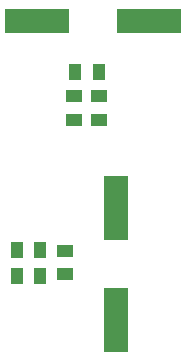
<source format=gtp>
G04*
G04 #@! TF.GenerationSoftware,Altium Limited,Altium Designer,25.8.1 (18)*
G04*
G04 Layer_Color=8421504*
%FSLAX44Y44*%
%MOMM*%
G71*
G04*
G04 #@! TF.SameCoordinates,729A6F0E-C14C-4E7B-A74A-3A0F7BF57B29*
G04*
G04*
G04 #@! TF.FilePolarity,Positive*
G04*
G01*
G75*
%ADD16R,5.5000X2.0000*%
%ADD17R,1.4000X1.1000*%
%ADD18R,1.1000X1.4000*%
%ADD19R,2.0000X5.5000*%
D16*
X1190500Y882845D02*
D03*
X1095500D02*
D03*
D17*
X1148080Y818990D02*
D03*
Y798990D02*
D03*
X1126490Y818990D02*
D03*
Y798990D02*
D03*
X1118932Y668180D02*
D03*
Y688180D02*
D03*
D18*
X1098390Y688340D02*
D03*
X1078390D02*
D03*
X1127920Y839532D02*
D03*
X1147920D02*
D03*
X1098390Y666797D02*
D03*
X1078390D02*
D03*
D19*
X1162245Y629410D02*
D03*
Y724410D02*
D03*
M02*

</source>
